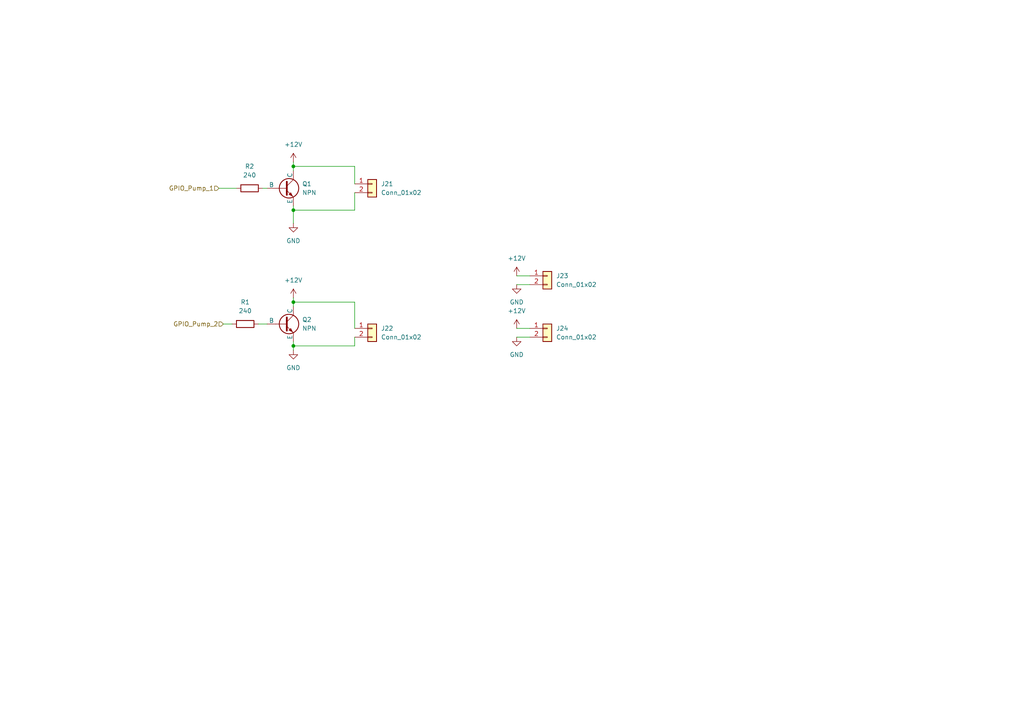
<source format=kicad_sch>
(kicad_sch (version 20250114) (generator "eeschema") (generator_version "9.0")
  (paper "A4")
  (lib_symbols
    (symbol "Connector_Generic:Conn_01x02" (pin_names (offset 1.016) (hide yes))
      (property "Reference" "J" (at 0 2.54 0))
      (property "Value" "Conn_01x02" (at 0 -5.08 0))
      (symbol "Conn_01x02_1_1"
        (rectangle (start -1.27 1.27) (end 1.27 -3.81) (stroke (width 0.254)) (fill (type background)))
        (rectangle (start -1.27 0.127) (end 0 -0.127) (stroke (width 0.1524)))
        (rectangle (start -1.27 -2.413) (end 0 -2.667) (stroke (width 0.1524)))
        (pin passive line (at -5.08 0 0) (length 3.81) (name "Pin_1") (number "1"))
        (pin passive line (at -5.08 -2.54 0) (length 3.81) (name "Pin_2") (number "2"))
      )
    )
    (symbol "Device:R" (pin_numbers (hide yes)) (pin_names (offset 0))
      (property "Reference" "R" (at 2.032 0 90))
      (property "Value" "R" (at 0 0 90))
      (symbol "R_0_1"
        (rectangle (start -1.016 -2.54) (end 1.016 2.54) (stroke (width 0.254)))
      )
      (symbol "R_1_1"
        (pin passive line (at 0 3.81 270) (length 1.27) (name "~") (number "1"))
        (pin passive line (at 0 -3.81 90) (length 1.27) (name "~") (number "2"))
      )
    )
    (symbol "NPN_1" (pin_numbers (hide yes)) (pin_names (offset 0))
      (property "Reference" "Q1" (at 5.08 1.2701 0))
      (property "Value" "NPN" (at 5.08 -1.2699 0))
      (symbol "NPN_1_0_1"
        (polyline (pts (xy -2.54 0) (xy 0.635 0)) (stroke (width 0.1524)))
        (polyline (pts (xy 0.635 1.905) (xy 0.635 -1.905) (xy 0.635 -1.905)) (stroke (width 0.508)))
        (polyline (pts (xy 0.635 0.635) (xy 2.54 2.54)))
        (polyline (pts (xy 0.635 -0.635) (xy 2.54 -2.54) (xy 2.54 -2.54)))
        (circle (center 1.27 0) (radius 2.8194) (stroke (width 0.254)))
        (polyline (pts (xy 1.27 -1.778) (xy 1.778 -1.27) (xy 2.286 -2.286) (xy 1.27 -1.778) (xy 1.27 -1.778)) (fill (type outline)))
        (polyline (pts (xy 2.794 -1.27) (xy 2.794 -1.27)) (stroke (width 0.1524)))
        (polyline (pts (xy 2.794 -1.27) (xy 2.794 -1.27)) (stroke (width 0.1524)))
      )
      (symbol "NPN_1_1_1"
        (pin input line (at -5.08 0 0) (length 2.54) (name "B") (number "2"))
        (pin passive line (at 2.54 5.08 270) (length 2.54) (name "C") (number "1"))
        (pin passive line (at 2.54 -5.08 90) (length 2.54) (name "E") (number "3"))
      )
    )
    (symbol "power:+12V" (power) (pin_numbers (hide yes)) (pin_names (offset 0) (hide yes))
      (property "Value" "+12V" (at 0 3.556 0))
      (symbol "+12V_0_1"
        (polyline (pts (xy -0.762 1.27) (xy 0 2.54)))
        (polyline (pts (xy 0 2.54) (xy 0.762 1.27)))
        (polyline (pts (xy 0 0) (xy 0 2.54)))
      )
      (symbol "+12V_1_1"
        (pin power_in line (at 0 0 90) (length 0) (name "~") (number "1"))
      )
    )
    (symbol "power:GND" (power) (pin_numbers (hide yes)) (pin_names (offset 0) (hide yes))
      (property "Value" "GND" (at 0 -3.81 0))
      (symbol "GND_0_1"
        (polyline (pts (xy 0 0) (xy 0 -1.27) (xy 1.27 -1.27) (xy 0 -2.54) (xy -1.27 -1.27) (xy 0 -1.27)))
      )
      (symbol "GND_1_1"
        (pin power_in line (at 0 0 270) (length 0) (name "~") (number "1"))
      )
    )
  )
  (junction (at 85.09 60.96))
  (junction (at 85.09 100.33))
  (junction (at 85.09 87.63))
  (junction (at 85.09 48.26))
  (wire (pts (xy 85.09 48.26) (xy 85.09 46.99)))
  (wire (pts (xy 85.09 87.63) (xy 85.09 86.36)))
  (wire (pts (xy 63.5 54.61) (xy 68.58 54.61)))
  (wire (pts (xy 102.87 60.96) (xy 102.87 55.88)))
  (wire (pts (xy 76.2 54.61) (xy 77.47 54.61)))
  (wire (pts (xy 64.77 93.98) (xy 67.31 93.98)))
  (wire (pts (xy 85.09 87.63) (xy 102.87 87.63)))
  (wire (pts (xy 85.09 101.6) (xy 85.09 100.33)))
  (wire (pts (xy 74.93 93.98) (xy 77.47 93.98)))
  (wire (pts (xy 149.86 95.25) (xy 153.67 95.25)))
  (wire (pts (xy 85.09 60.96) (xy 102.87 60.96)))
  (wire (pts (xy 149.86 80.01) (xy 153.67 80.01)))
  (wire (pts (xy 85.09 100.33) (xy 102.87 100.33)))
  (wire (pts (xy 85.09 49.53) (xy 85.09 48.26)))
  (wire (pts (xy 85.09 48.26) (xy 102.87 48.26)))
  (wire (pts (xy 102.87 53.34) (xy 102.87 48.26)))
  (wire (pts (xy 102.87 100.33) (xy 102.87 97.79)))
  (wire (pts (xy 85.09 60.96) (xy 85.09 64.77)))
  (wire (pts (xy 85.09 60.96) (xy 85.09 59.69)))
  (wire (pts (xy 85.09 88.9) (xy 85.09 87.63)))
  (wire (pts (xy 149.86 82.55) (xy 153.67 82.55)))
  (wire (pts (xy 102.87 95.25) (xy 102.87 87.63)))
  (wire (pts (xy 85.09 100.33) (xy 85.09 99.06)))
  (wire (pts (xy 149.86 97.79) (xy 153.67 97.79)))
  (hierarchical_label "GPIO_Pump_2" (shape input) (at 64.77 93.98 180))
  (hierarchical_label "GPIO_Pump_1" (shape input) (at 63.5 54.61 180))
  (symbol (lib_id "power:GND") (at 85.09 101.6 0) (unit 1)
    (property "Reference" "#PWR047" (effects (hide yes)))
    (property "Value" "GND" (at 85.09 106.68 0))
    (property "Description" "Power symbol creates a global label with name \"GND\" , ground" (effects (hide yes)))
  )
  (symbol (lib_id "Device:R") (at 72.39 54.61 90) (unit 1)
    (property "Reference" "R2" (at 72.39 48.26 90))
    (property "Value" "240" (at 72.39 50.8 90))
    (property "Footprint" "Resistor_SMD:R_0805_2012Metric" (effects (hide yes)))
    (property "Description" "Resistor" (effects (hide yes)))
  )
  (symbol (lib_id "Connector_Generic:Conn_01x02") (at 107.95 53.34 0) (unit 1)
    (property "Reference" "J21" (at 110.49 53.3399 0) (effects (justify left)))
    (property "Value" "Conn_01x02" (at 110.49 55.8799 0) (effects (justify left)))
    (property "Footprint" "Connector_JST:JST_EH_B2B-EH-A_1x02_P2.50mm_Vertical" (effects (hide yes)))
    (property "Description" "Generic connector, single row, 01x02, script generated (kicad-library-utils/schlib/autogen/connector/)" (effects (hide yes)))
  )
  (symbol (lib_id "power:+12V") (at 85.09 46.99 0) (unit 1)
    (property "Reference" "#PWR044" (effects (hide yes)))
    (property "Value" "+12V" (at 85.09 41.91 0))
    (property "Description" "Power symbol creates a global label with name \"+12V\"" (effects (hide yes)))
  )
  (symbol (lib_id "Connector_Generic:Conn_01x02") (at 158.75 80.01 0) (unit 1)
    (property "Reference" "J23" (at 161.29 80.0099 0) (effects (justify left)))
    (property "Value" "Conn_01x02" (at 161.29 82.5499 0) (effects (justify left)))
    (property "Footprint" "Connector_JST:JST_EH_B2B-EH-A_1x02_P2.50mm_Vertical" (effects (hide yes)))
    (property "Description" "Generic connector, single row, 01x02, script generated (kicad-library-utils/schlib/autogen/connector/)" (effects (hide yes)))
  )
  (symbol (lib_id "Connector_Generic:Conn_01x02") (at 107.95 95.25 0) (unit 1)
    (property "Reference" "J22" (at 110.49 95.2499 0) (effects (justify left)))
    (property "Value" "Conn_01x02" (at 110.49 97.7899 0) (effects (justify left)))
    (property "Footprint" "Connector_JST:JST_EH_B2B-EH-A_1x02_P2.50mm_Vertical" (effects (hide yes)))
    (property "Description" "Generic connector, single row, 01x02, script generated (kicad-library-utils/schlib/autogen/connector/)" (effects (hide yes)))
  )
  (symbol (lib_id "Device:R") (at 71.12 93.98 90) (unit 1)
    (property "Reference" "R1" (at 71.12 87.63 90))
    (property "Value" "240" (at 71.12 90.17 90))
    (property "Footprint" "Resistor_SMD:R_0805_2012Metric" (effects (hide yes)))
    (property "Description" "Resistor" (effects (hide yes)))
  )
  (symbol (lib_id "power:GND") (at 149.86 82.55 0) (unit 1)
    (property "Reference" "#PWR049" (effects (hide yes)))
    (property "Value" "GND" (at 149.86 87.63 0))
    (property "Description" "Power symbol creates a global label with name \"GND\" , ground" (effects (hide yes)))
  )
  (symbol (lib_id "power:+12V") (at 85.09 86.36 0) (unit 1)
    (property "Reference" "#PWR046" (effects (hide yes)))
    (property "Value" "+12V" (at 85.09 81.28 0))
    (property "Description" "Power symbol creates a global label with name \"+12V\"" (effects (hide yes)))
  )
  (symbol (lib_id "power:GND") (at 85.09 64.77 0) (unit 1)
    (property "Reference" "#PWR045" (effects (hide yes)))
    (property "Value" "GND" (at 85.09 69.85 0))
    (property "Description" "Power symbol creates a global label with name \"GND\" , ground" (effects (hide yes)))
  )
  (symbol (lib_id "power:GND") (at 149.86 97.79 0) (unit 1)
    (property "Reference" "#PWR051" (effects (hide yes)))
    (property "Value" "GND" (at 149.86 102.87 0))
    (property "Description" "Power symbol creates a global label with name \"GND\" , ground" (effects (hide yes)))
  )
  (symbol (lib_id "power:+12V") (at 149.86 80.01 0) (unit 1)
    (property "Reference" "#PWR048" (effects (hide yes)))
    (property "Value" "+12V" (at 149.86 74.93 0))
    (property "Description" "Power symbol creates a global label with name \"+12V\"" (effects (hide yes)))
  )
  (symbol (lib_name "NPN_1") (lib_id "Simulation_SPICE:NPN") (at 82.55 54.61 0) (unit 1)
    (property "Reference" "Q1" (at 87.63 53.3399 0) (effects (justify left)))
    (property "Value" "NPN" (at 87.63 55.8799 0) (effects (justify left)))
    (property "Footprint" "Package_TO_SOT_SMD:TSOT-23" (effects (hide yes)))
    (property "Datasheet" "https://www.onsemi.com/download/data-sheet/pdf/bcv27-d.pdf" (effects (hide yes)))
    (property "Description" "Bipolar transistor symbol for simulation only, substrate tied to the emitter" (effects (hide yes)))
    (property "Sim.Device" "NPN" (effects (hide yes)))
    (property "Sim.Type" "GUMMELPOON" (effects (hide yes)))
    (property "Sim.Pins" "1=C 2=B 3=E" (effects (hide yes)))
    (property "MPN" "BCV27 " (effects (hide yes)))
  )
  (symbol (lib_name "NPN_1") (lib_id "Simulation_SPICE:NPN") (at 82.55 93.98 0) (unit 1)
    (property "Reference" "Q2" (at 87.63 92.7099 0) (effects (justify left)))
    (property "Value" "NPN" (at 87.63 95.2499 0) (effects (justify left)))
    (property "Footprint" "Package_TO_SOT_SMD:TSOT-23" (effects (hide yes)))
    (property "Datasheet" "https://www.onsemi.com/download/data-sheet/pdf/bcv27-d.pdf" (effects (hide yes)))
    (property "Description" "Bipolar transistor symbol for simulation only, substrate tied to the emitter" (effects (hide yes)))
    (property "Sim.Device" "NPN" (effects (hide yes)))
    (property "Sim.Type" "GUMMELPOON" (effects (hide yes)))
    (property "Sim.Pins" "1=C 2=B 3=E" (effects (hide yes)))
    (property "MPN" "BCV27 " (effects (hide yes)))
  )
  (symbol (lib_id "power:+12V") (at 149.86 95.25 0) (unit 1)
    (property "Reference" "#PWR050" (effects (hide yes)))
    (property "Value" "+12V" (at 149.86 90.17 0))
    (property "Description" "Power symbol creates a global label with name \"+12V\"" (effects (hide yes)))
  )
  (symbol (lib_id "Connector_Generic:Conn_01x02") (at 158.75 95.25 0) (unit 1)
    (property "Reference" "J24" (at 161.29 95.2499 0) (effects (justify left)))
    (property "Value" "Conn_01x02" (at 161.29 97.7899 0) (effects (justify left)))
    (property "Footprint" "Connector_JST:JST_EH_B2B-EH-A_1x02_P2.50mm_Vertical" (effects (hide yes)))
    (property "Description" "Generic connector, single row, 01x02, script generated (kicad-library-utils/schlib/autogen/connector/)" (effects (hide yes)))
  )
)
</source>
